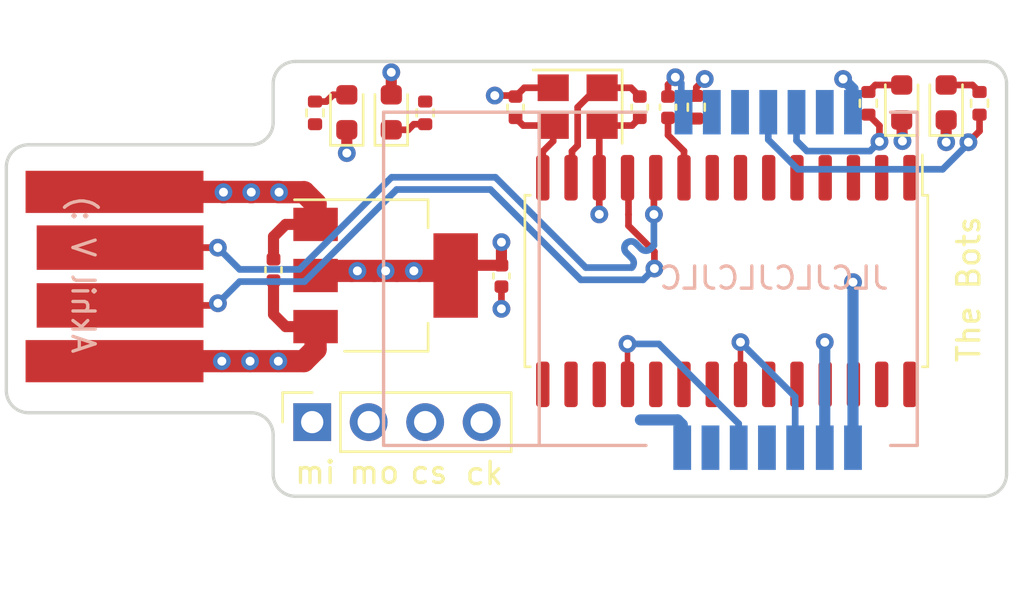
<source format=kicad_pcb>
(kicad_pcb (version 20221018) (generator pcbnew)
  (layers (0 "F.Cu" signal) (1 "In1.Cu" power) (2 "In2.Cu" power) (31 "B.Cu" signal) (34 "B.Paste" user) (35 "F.Paste" user) (36 "B.SilkS" user "B.Silkscreen") (37 "F.SilkS" user "F.Silkscreen") (38 "B.Mask" user) (39 "F.Mask" user) (44 "Edge.Cuts" user))
  (net 0 "")
  (net 1 "Net-(U2-XI)")
  (net 2 "/5V")
  (net 3 "Net-(U2-V3)")
  (net 4 "Net-(U2-XO)")
  (net 5 "/3V3")
  (net 6 "Net-(D1-A)")
  (net 7 "/CLK")
  (net 8 "/CS")
  (net 9 "/MOSI")
  (net 10 "/MISO")
  (net 16 "/USB D-")
  (net 17 "/USB D+")
  (net 26 "Net-(D3-A)")
  (net 27 "Net-(U3-nReset)")
  (net 30 "/GND")
  (net 31 "Net-(D2-A)")
  (net 32 "Net-(D4-K)")
  (net 33 "Net-(U3-DIO1)")
  (net 34 "Net-(U3-DIO2)")
  (footprint "Resistor_SMD:R_0402_1005Metric" (layer "F.Cu") (at 127.762 106.426 90)
    (fp_text reference "R5")
    (fp_text value "1k")
    (fp_line (start -0.153641 -0.38) (end 0.153641 -0.38) (stroke (width 0.12)) (layer "F.SilkS"))
    (fp_line (start -0.153641 0.38) (end 0.153641 0.38) (stroke (width 0.12)) (layer "F.SilkS"))
    (pad "1" smd roundrect (at -0.51 0 90) (size 0.54 0.64) (layers "F.Cu" "F.Paste" "F.Mask") (net 5 "/3V3"))
    (pad "2" smd roundrect (at 0.51 0 90) (size 0.54 0.64) (layers "F.Cu" "F.Paste" "F.Mask") (net 27 "Net-(U3-nReset)"))
  )
  (footprint "LED_SMD:LED_0603_1608Metric" (layer "F.Cu") (at 139 106.2125 90)
    (fp_text reference "D2" hide)
    (fp_text value "LED")
    (fp_line (start -1.485 -0.735) (end -1.485 0.735) (stroke (width 0.12)) (layer "F.SilkS"))
    (fp_line (start -1.485 0.735) (end 0.8 0.735) (stroke (width 0.12)) (layer "F.SilkS"))
    (fp_line (start 0.8 -0.735) (end -1.485 -0.735) (stroke (width 0.12)) (layer "F.SilkS"))
    (pad "1" smd roundrect (at -0.7875 0 90) (size 0.875 0.95) (layers "F.Cu" "F.Paste" "F.Mask") (net 30 "/GND"))
    (pad "2" smd roundrect (at 0.7875 0 90) (size 0.875 0.95) (layers "F.Cu" "F.Paste" "F.Mask") (net 31 "Net-(D2-A)"))
  )
  (footprint "LED_SMD:LED_0603_1608Metric" (layer "F.Cu") (at 112.046 106.6545 90)
    (fp_text reference "D1" hide)
    (fp_text value "LED")
    (fp_line (start -1.485 -0.735) (end -1.485 0.735) (stroke (width 0.12)) (layer "F.SilkS"))
    (fp_line (start -1.485 0.735) (end 0.8 0.735) (stroke (width 0.12)) (layer "F.SilkS"))
    (fp_line (start 0.8 -0.735) (end -1.485 -0.735) (stroke (width 0.12)) (layer "F.SilkS"))
    (pad "1" smd roundrect (at -0.7875 0 90) (size 0.875 0.95) (layers "F.Cu" "F.Paste" "F.Mask") (net 30 "/GND"))
    (pad "2" smd roundrect (at 0.7875 0 90) (size 0.875 0.95) (layers "F.Cu" "F.Paste" "F.Mask") (net 6 "Net-(D1-A)"))
  )
  (footprint "LED_SMD:LED_0603_1608Metric" (layer "F.Cu") (at 114.046 106.6545 90)
    (fp_text reference "D4")
    (fp_text value "LED")
    (fp_line (start -1.485 -0.735) (end -1.485 0.735) (stroke (width 0.12)) (layer "F.SilkS"))
    (fp_line (start -1.485 0.735) (end 0.8 0.735) (stroke (width 0.12)) (layer "F.SilkS"))
    (fp_line (start 0.8 -0.735) (end -1.485 -0.735) (stroke (width 0.12)) (layer "F.SilkS"))
    (pad "1" smd roundrect (at -0.7875 0 90) (size 0.875 0.95) (layers "F.Cu" "F.Paste" "F.Mask") (net 32 "Net-(D4-K)"))
    (pad "2" smd roundrect (at 0.7875 0 90) (size 0.875 0.95) (layers "F.Cu" "F.Paste" "F.Mask") (net 5 "/3V3"))
  )
  (footprint "Capacitor_SMD:C_0402_1005Metric" (layer "F.Cu") (at 119.634 106.426 -90)
    (fp_text reference "C4")
    (fp_text value "20p")
    (fp_line (start -0.107836 -0.36) (end 0.107836 -0.36) (stroke (width 0.12)) (layer "F.SilkS"))
    (fp_line (start -0.107836 0.36) (end 0.107836 0.36) (stroke (width 0.12)) (layer "F.SilkS"))
    (pad "1" smd roundrect (at -0.48 0 270) (size 0.56 0.62) (layers "F.Cu" "F.Paste" "F.Mask") (net 30 "/GND"))
    (pad "2" smd roundrect (at 0.48 0 270) (size 0.56 0.62) (layers "F.Cu" "F.Paste" "F.Mask") (net 4 "Net-(U2-XO)"))
  )
  (footprint "Resistor_SMD:R_0402_1005Metric" (layer "F.Cu") (at 110.617 106.68 90)
    (fp_text reference "R2")
    (fp_text value "R330")
    (fp_line (start -0.153641 -0.38) (end 0.153641 -0.38) (stroke (width 0.12)) (layer "F.SilkS"))
    (fp_line (start -0.153641 0.38) (end 0.153641 0.38) (stroke (width 0.12)) (layer "F.SilkS"))
    (pad "1" smd roundrect (at -0.51 0 90) (size 0.54 0.64) (layers "F.Cu" "F.Paste" "F.Mask") (net 2 "/5V"))
    (pad "2" smd roundrect (at 0.51 0 90) (size 0.54 0.64) (layers "F.Cu" "F.Paste" "F.Mask") (net 6 "Net-(D1-A)"))
  )
  (footprint "Capacitor_SMD:C_0402_1005Metric" (layer "F.Cu") (at 108.75 113.75 -90)
    (fp_text reference "C2")
    (fp_text value "104")
    (fp_line (start -0.107836 -0.36) (end 0.107836 -0.36) (stroke (width 0.12)) (layer "F.SilkS"))
    (fp_line (start -0.107836 0.36) (end 0.107836 0.36) (stroke (width 0.12)) (layer "F.SilkS"))
    (pad "1" smd roundrect (at -0.48 0 270) (size 0.56 0.62) (layers "F.Cu" "F.Paste" "F.Mask") (net 30 "/GND"))
    (pad "2" smd roundrect (at 0.48 0 270) (size 0.56 0.62) (layers "F.Cu" "F.Paste" "F.Mask") (net 2 "/5V"))
  )
  (footprint "USB_PCB:USB_PCB" (layer "F.Cu") (at 96.7 114.046 -90)
    (fp_text reference "J1" hide)
    (fp_text value "USB_A_PLUG" hide)
    (pad "1" connect rect (at 3.81 -4.9 270) (size 1.9 8) (layers "F.Cu" "F.Mask") (net 2 "/5V"))
    (pad "2" connect rect (at 1.3 -5.15 270) (size 2 7.5) (layers "F.Cu" "F.Mask") (net 16 "/USB D-"))
    (pad "3" connect rect (at -1.3 -5.15 270) (size 2 7.5) (layers "F.Cu" "F.Mask") (net 17 "/USB D+"))
    (pad "4" connect rect (at -3.81 -4.9 270) (size 1.9 8) (layers "F.Cu" "F.Mask") (net 30 "/GND"))
  )
  (footprint "Resistor_SMD:R_0402_1005Metric" (layer "F.Cu") (at 140.5 106.25 90)
    (fp_text reference "R4")
    (fp_text value "R330")
    (fp_line (start -0.153641 -0.38) (end 0.153641 -0.38) (stroke (width 0.12)) (layer "F.SilkS"))
    (fp_line (start -0.153641 0.38) (end 0.153641 0.38) (stroke (width 0.12)) (layer "F.SilkS"))
    (pad "1" smd roundrect (at -0.51 0 90) (size 0.54 0.64) (layers "F.Cu" "F.Paste" "F.Mask") (net 33 "Net-(U3-DIO1)"))
    (pad "2" smd roundrect (at 0.51 0 90) (size 0.54 0.64) (layers "F.Cu" "F.Paste" "F.Mask") (net 31 "Net-(D2-A)"))
  )
  (footprint "Capacitor_SMD:C_0402_1005Metric" (layer "F.Cu") (at 125.222 106.426 90)
    (fp_text reference "C1")
    (fp_text value "20p")
    (fp_line (start -0.107836 -0.36) (end 0.107836 -0.36) (stroke (width 0.12)) (layer "F.SilkS"))
    (fp_line (start -0.107836 0.36) (end 0.107836 0.36) (stroke (width 0.12)) (layer "F.SilkS"))
    (pad "1" smd roundrect (at -0.48 0 90) (size 0.56 0.62) (layers "F.Cu" "F.Paste" "F.Mask") (net 30 "/GND"))
    (pad "2" smd roundrect (at 0.48 0 90) (size 0.56 0.62) (layers "F.Cu" "F.Paste" "F.Mask") (net 1 "Net-(U2-XI)"))
  )
  (footprint "Capacitor_SMD:C_0402_1005Metric" (layer "F.Cu") (at 119 114.02 90)
    (fp_text reference "C5")
    (fp_text value "104")
    (fp_line (start -0.107836 -0.36) (end 0.107836 -0.36) (stroke (width 0.12)) (layer "F.SilkS"))
    (fp_line (start -0.107836 0.36) (end 0.107836 0.36) (stroke (width 0.12)) (layer "F.SilkS"))
    (pad "1" smd roundrect (at -0.48 0 90) (size 0.56 0.62) (layers "F.Cu" "F.Paste" "F.Mask") (net 30 "/GND"))
    (pad "2" smd roundrect (at 0.48 0 90) (size 0.56 0.62) (layers "F.Cu" "F.Paste" "F.Mask") (net 5 "/3V3"))
  )
  (footprint "Crystal:Crystal_SMD_3225-4Pin_3.2x2.5mm" (layer "F.Cu") (at 122.428 106.4 180)
    (fp_text reference "Y1")
    (fp_text value "Crystal_GND24")
    (fp_line (start -2 -1.65) (end -2 1.65) (stroke (width 0.12)) (layer "F.SilkS"))
    (fp_line (start -2 1.65) (end 2 1.65) (stroke (width 0.12)) (layer "F.SilkS"))
    (pad "1" smd rect (at -1.1 0.85 180) (size 1.4 1.2) (layers "F.Cu" "F.Paste" "F.Mask") (net 1 "Net-(U2-XI)"))
    (pad "2" smd rect (at 1.1 0.85 180) (size 1.4 1.2) (layers "F.Cu" "F.Paste" "F.Mask") (net 30 "/GND"))
    (pad "3" smd rect (at 1.1 -0.85 180) (size 1.4 1.2) (layers "F.Cu" "F.Paste" "F.Mask") (net 4 "Net-(U2-XO)"))
    (pad "4" smd rect (at -1.1 -0.85 180) (size 1.4 1.2) (layers "F.Cu" "F.Paste" "F.Mask") (net 30 "/GND"))
  )
  (footprint "Resistor_SMD:R_0402_1005Metric" (layer "F.Cu") (at 115.57 106.68 90)
    (fp_text reference "R3")
    (fp_text value "R330")
    (fp_line (start -0.153641 -0.38) (end 0.153641 -0.38) (stroke (width 0.12)) (layer "F.SilkS"))
    (fp_line (start -0.153641 0.38) (end 0.153641 0.38) (stroke (width 0.12)) (layer "F.SilkS"))
    (pad "1" smd roundrect (at -0.51 0 90) (size 0.54 0.64) (layers "F.Cu" "F.Paste" "F.Mask") (net 32 "Net-(D4-K)"))
    (pad "2" smd roundrect (at 0.51 0 90) (size 0.54 0.64) (layers "F.Cu" "F.Paste" "F.Mask") (net 8 "/CS"))
  )
  (footprint "LED_SMD:LED_0603_1608Metric" (layer "F.Cu") (at 137 106.2125 90)
    (fp_text reference "D3")
    (fp_text value "LED")
    (fp_line (start -1.485 -0.735) (end -1.485 0.735) (stroke (width 0.12)) (layer "F.SilkS"))
    (fp_line (start -1.485 0.735) (end 0.8 0.735) (stroke (width 0.12)) (layer "F.SilkS"))
    (fp_line (start 0.8 -0.735) (end -1.485 -0.735) (stroke (width 0.12)) (layer "F.SilkS"))
    (pad "1" smd roundrect (at -0.7875 0 90) (size 0.875 0.95) (layers "F.Cu" "F.Paste" "F.Mask") (net 30 "/GND"))
    (pad "2" smd roundrect (at 0.7875 0 90) (size 0.875 0.95) (layers "F.Cu" "F.Paste" "F.Mask") (net 26 "Net-(D3-A)"))
  )
  (footprint "Capacitor_SMD:C_0402_1005Metric" (layer "F.Cu") (at 126.492 106.426 -90)
    (fp_text reference "C3")
    (fp_text value "47p2")
    (fp_line (start -0.107836 -0.36) (end 0.107836 -0.36) (stroke (width 0.12)) (layer "F.SilkS"))
    (fp_line (start -0.107836 0.36) (end 0.107836 0.36) (stroke (width 0.12)) (layer "F.SilkS"))
    (pad "1" smd roundrect (at -0.48 0 270) (size 0.56 0.62) (layers "F.Cu" "F.Paste" "F.Mask") (net 30 "/GND"))
    (pad "2" smd roundrect (at 0.48 0 270) (size 0.56 0.62) (layers "F.Cu" "F.Paste" "F.Mask") (net 3 "Net-(U2-V3)"))
  )
  (footprint "Connector_PinSocket_2.54mm:PinSocket_1x04_P2.54mm_Vertical" (layer "F.Cu") (at 110.49 120.5992 90)
    (fp_text reference "J2")
    (fp_text value "Conn_01x04_Female")
    (fp_line (start -1.33 1.27) (end -1.33 8.95) (stroke (width 0.12)) (layer "F.SilkS"))
    (fp_line (start -1.33 1.27) (end 1.33 1.27) (stroke (width 0.12)) (layer "F.SilkS"))
    (fp_line (start -1.33 8.95) (end 1.33 8.95) (stroke (width 0.12)) (layer "F.SilkS"))
    (fp_line (start 0 -1.33) (end 1.33 -1.33) (stroke (width 0.12)) (layer "F.SilkS"))
    (fp_line (start 1.33 -1.33) (end 1.33 0) (stroke (width 0.12)) (layer "F.SilkS"))
    (fp_line (start 1.33 1.27) (end 1.33 8.95) (stroke (width 0.12)) (layer "F.SilkS"))
    (pad "1" thru_hole rect (at 0 0 90) (size 1.7 1.7) (drill 1) (layers "*.Cu" "*.Mask") (net 10 "/MISO"))
    (pad "2" thru_hole oval (at 0 2.54 90) (size 1.7 1.7) (drill 1) (layers "*.Cu" "*.Mask") (net 9 "/MOSI"))
    (pad "3" thru_hole oval (at 0 5.08 90) (size 1.7 1.7) (drill 1) (layers "*.Cu" "*.Mask") (net 8 "/CS"))
    (pad "4" thru_hole oval (at 0 7.62 90) (size 1.7 1.7) (drill 1) (layers "*.Cu" "*.Mask") (net 7 "/CLK"))
  )
  (footprint "Package_SO:SOIC-28W_7.5x17.9mm_P1.27mm" (layer "F.Cu") (at 129.115 114.25 -90)
    (fp_text reference "U2")
    (fp_text value "CH341a")
    (fp_line (start -3.86 -9.06) (end -3.86 -8.815) (stroke (width 0.12)) (layer "F.SilkS"))
    (fp_line (start -3.86 -8.815) (end -5.675 -8.815) (stroke (width 0.12)) (layer "F.SilkS"))
    (fp_line (start -3.86 9.06) (end -3.86 8.815) (stroke (width 0.12)) (layer "F.SilkS"))
    (fp_line (start 0 -9.06) (end -3.86 -9.06) (stroke (width 0.12)) (layer "F.SilkS"))
    (fp_line (start 0 -9.06) (end 3.86 -9.06) (stroke (width 0.12)) (layer "F.SilkS"))
    (fp_line (start 0 9.06) (end -3.86 9.06) (stroke (width 0.12)) (layer "F.SilkS"))
    (fp_line (start 0 9.06) (end 3.86 9.06) (stroke (width 0.12)) (layer "F.SilkS"))
    (fp_line (start 3.86 -9.06) (end 3.86 -8.815) (stroke (width 0.12)) (layer "F.SilkS"))
    (fp_line (start 3.86 9.06) (end 3.86 8.815) (stroke (width 0.12)) (layer "F.SilkS"))
    (pad "1" smd roundrect (at -4.65 -8.255 270) (size 2.05 0.6) (layers "F.Cu" "F.Paste" "F.Mask"))
    (pad "2" smd roundrect (at -4.65 -6.985 270) (size 2.05 0.6) (layers "F.Cu" "F.Paste" "F.Mask"))
    (pad "3" smd roundrect (at -4.65 -5.715 270) (size 2.05 0.6) (layers "F.Cu" "F.Paste" "F.Mask"))
    (pad "4" smd roundrect (at -4.65 -4.445 270) (size 2.05 0.6) (layers "F.Cu" "F.Paste" "F.Mask"))
    (pad "5" smd roundrect (at -4.65 -3.175 270) (size 2.05 0.6) (layers "F.Cu" "F.Paste" "F.Mask"))
    (pad "6" smd roundrect (at -4.65 -1.905 270) (size 2.05 0.6) (layers "F.Cu" "F.Paste" "F.Mask"))
    (pad "7" smd roundrect (at -4.65 -0.635 270) (size 2.05 0.6) (layers "F.Cu" "F.Paste" "F.Mask"))
    (pad "8" smd roundrect (at -4.65 0.635 270) (size 2.05 0.6) (layers "F.Cu" "F.Paste" "F.Mask"))
    (pad "9" smd roundrect (at -4.65 1.905 270) (size 2.05 0.6) (layers "F.Cu" "F.Paste" "F.Mask") (net 3 "Net-(U2-V3)"))
    (pad "10" smd roundrect (at -4.65 3.175 270) (size 2.05 0.6) (layers "F.Cu" "F.Paste" "F.Mask") (net 17 "/USB D+"))
    (pad "11" smd roundrect (at -4.65 4.445 270) (size 2.05 0.6) (layers "F.Cu" "F.Paste" "F.Mask") (net 16 "/USB D-"))
    (pad "12" smd roundrect (at -4.65 5.715 270) (size 2.05 0.6) (layers "F.Cu" "F.Paste" "F.Mask") (net 30 "/GND"))
    (pad "13" smd roundrect (at -4.65 6.985 270) (size 2.05 0.6) (layers "F.Cu" "F.Paste" "F.Mask") (net 1 "Net-(U2-XI)"))
    (pad "14" smd roundrect (at -4.65 8.255 270) (size 2.05 0.6) (layers "F.Cu" "F.Paste" "F.Mask") (net 4 "Net-(U2-XO)"))
    (pad "15" smd roundrect (at 4.65 8.255 270) (size 2.05 0.6) (layers "F.Cu" "F.Paste" "F.Mask") (net 8 "/CS"))
    (pad "16" smd roundrect (at 4.65 6.985 270) (size 2.05 0.6) (layers "F.Cu" "F.Paste" "F.Mask"))
    (pad "17" smd roundrect (at 4.65 5.715 270) (size 2.05 0.6) (layers "F.Cu" "F.Paste" "F.Mask"))
    (pad "18" smd roundrect (at 4.65 4.445 270) (size 2.05 0.6) (layers "F.Cu" "F.Paste" "F.Mask") (net 7 "/CLK"))
    (pad "19" smd roundrect (at 4.65 3.175 270) (size 2.05 0.6) (layers "F.Cu" "F.Paste" "F.Mask"))
    (pad "20" smd roundrect (at 4.65 1.905 270) (size 2.05 0.6) (layers "F.Cu" "F.Paste" "F.Mask") (net 9 "/MOSI"))
    (pad "21" smd roundrect (at 4.65 0.635 270) (size 2.05 0.6) (layers "F.Cu" "F.Paste" "F.Mask"))
    (pad "22" smd roundrect (at 4.65 -0.635 270) (size 2.05 0.6) (layers "F.Cu" "F.Paste" "F.Mask") (net 10 "/MISO"))
    (pad "23" smd roundrect (at 4.65 -1.905 270) (size 2.05 0.6) (layers "F.Cu" "F.Paste" "F.Mask"))
    (pad "24" smd roundrect (at 4.65 -3.175 270) (size 2.05 0.6) (layers "F.Cu" "F.Paste" "F.Mask"))
    (pad "25" smd roundrect (at 4.65 -4.445 270) (size 2.05 0.6) (layers "F.Cu" "F.Paste" "F.Mask"))
    (pad "26" smd roundrect (at 4.65 -5.715 270) (size 2.05 0.6) (layers "F.Cu" "F.Paste" "F.Mask"))
    (pad "27" smd roundrect (at 4.65 -6.985 270) (size 2.05 0.6) (layers "F.Cu" "F.Paste" "F.Mask") (net 30 "/GND"))
    (pad "28" smd roundrect (at 4.65 -8.255 270) (size 2.05 0.6) (layers "F.Cu" "F.Paste" "F.Mask") (net 2 "/5V"))
  )
  (footprint "Resistor_SMD:R_0402_1005Metric" (layer "F.Cu") (at 135.5 106.25 90)
    (fp_text reference "R6")
    (fp_text value "R330")
    (fp_line (start -0.153641 -0.38) (end 0.153641 -0.38) (stroke (width 0.12)) (layer "F.SilkS"))
    (fp_line (start -0.153641 0.38) (end 0.153641 0.38) (stroke (width 0.12)) (layer "F.SilkS"))
    (pad "1" smd roundrect (at -0.51 0 90) (size 0.54 0.64) (layers "F.Cu" "F.Paste" "F.Mask") (net 34 "Net-(U3-DIO2)"))
    (pad "2" smd roundrect (at 0.51 0 90) (size 0.54 0.64) (layers "F.Cu" "F.Paste" "F.Mask") (net 26 "Net-(D3-A)"))
  )
  (footprint "Package_TO_SOT_SMD:SOT-223-3_TabPin2" (layer "F.Cu") (at 113.792 114)
    (fp_text reference "U1")
    (fp_text value "AMS1117-3.3")
    (fp_line (start -4.1 -3.41) (end 1.91 -3.41) (stroke (width 0.12)) (layer "F.SilkS"))
    (fp_line (start -1.85 3.41) (end 1.91 3.41) (stroke (width 0.12)) (layer "F.SilkS"))
    (fp_line (start 1.91 -3.41) (end 1.91 -2.15) (stroke (width 0.12)) (layer "F.SilkS"))
    (fp_line (start 1.91 3.41) (end 1.91 2.15) (stroke (width 0.12)) (layer "F.SilkS"))
    (pad "1" smd rect (at -3.15 -2.3) (size 2 1.5) (layers "F.Cu" "F.Paste" "F.Mask") (net 30 "/GND"))
    (pad "2" smd rect (at -3.15 0) (size 2 1.5) (layers "F.Cu" "F.Paste" "F.Mask") (net 5 "/3V3"))
    (pad "2" smd rect (at 3.15 0) (size 2 3.8) (layers "F.Cu" "F.Paste" "F.Mask") (net 5 "/3V3"))
    (pad "3" smd rect (at -3.15 2.3) (size 2 1.5) (layers "F.Cu" "F.Paste" "F.Mask") (net 2 "/5V"))
  )
  (footprint "SX1280:E28-2G4M12S-SX1280" (layer "B.Cu") (at 125.5 114.25 180)
    (fp_text reference "U3")
    (fp_text value "SX1280")
    (fp_line (start -12.2 7.6) (end -12.2 -7.4) (stroke (width 0.15)) (layer "B.SilkS"))
    (fp_line (start -12.2 7.6) (end -11 7.6) (stroke (width 0.15)) (layer "B.SilkS"))
    (fp_line (start -11 -7.4) (end -12.2 -7.4) (stroke (width 0.15)) (layer "B.SilkS"))
    (fp_line (start 0 7.6) (end 11.8 7.6) (stroke (width 0.15)) (layer "B.SilkS"))
    (fp_line (start 4.8 7.6) (end 4.8 -7.4) (stroke (width 0.15)) (layer "B.SilkS"))
    (fp_line (start 11.8 -7.4) (end 0 -7.4) (stroke (width 0.15)) (layer "B.SilkS"))
    (fp_line (start 11.8 7.6) (end 11.8 -7.4) (stroke (width 0.15)) (layer "B.SilkS"))
    (pad "1" smd rect (at -9.31 -7.5 180) (size 0.8 2) (layers "B.Cu" "B.Paste" "B.Mask") (net 5 "/3V3"))
    (pad "2" smd rect (at -8.04 -7.5 180) (size 0.8 2) (layers "B.Cu" "B.Paste" "B.Mask") (net 30 "/GND"))
    (pad "3" smd rect (at -6.71 -7.5 180) (size 0.8 2) (layers "B.Cu" "B.Paste" "B.Mask") (net 10 "/MISO"))
    (pad "4" smd rect (at -5.44 -7.5 180) (size 0.8 2) (layers "B.Cu" "B.Paste" "B.Mask") (net 9 "/MOSI"))
    (pad "5" smd rect (at -4.17 -7.5) (size 0.8 2) (layers "B.Cu" "B.Paste" "B.Mask") (net 7 "/CLK"))
    (pad "6" smd rect (at -2.9 -7.5 180) (size 0.8 2) (layers "B.Cu" "B.Paste" "B.Mask") (net 8 "/CS"))
    (pad "7" smd rect (at -1.63 -7.5 180) (size 0.8 2) (layers "B.Cu" "B.Paste" "B.Mask") (net 30 "/GND"))
    (pad "8" smd rect (at -1.69 7.6 180) (size 0.8 2) (layers "B.Cu" "B.Paste" "B.Mask") (net 30 "/GND"))
    (pad "9" smd rect (at -2.96 7.6 180) (size 0.8 2) (layers "B.Cu" "B.Paste" "B.Mask") (net 27 "Net-(U3-nReset)"))
    (pad "10" smd rect (at -4.23 7.6 180) (size 0.8 2) (layers "B.Cu" "B.Paste" "B.Mask"))
    (pad "11" smd rect (at -5.5 7.6 180) (size 0.8 2) (layers "B.Cu" "B.Paste" "B.Mask") (net 33 "Net-(U3-DIO1)"))
    (pad "12" smd rect (at -6.77 7.6 180) (size 0.8 2) (layers "B.Cu" "B.Paste" "B.Mask") (net 34 "Net-(U3-DIO2)"))
    (pad "13" smd rect (at -8.04 7.6 180) (size 0.8 2) (layers "B.Cu" "B.Paste" "B.Mask"))
    (pad "14" smd rect (at -9.31 7.6 180) (size 0.8 2) (layers "B.Cu" "B.Paste" "B.Mask") (net 30 "/GND"))
  )
  (gr_arc (start 96.734893 109.115993) (mid 97.027788 108.408888) (end 97.734893 108.115993) (stroke (width 0.15)) (layer "Edge.Cuts"))
  (gr_arc (start 109.734893 123.935993) (mid 109.027793 123.643097) (end 108.734893 122.935993) (stroke (width 0.15)) (layer "Edge.Cuts"))
  (gr_line (start 108.734893 107.115993) (end 108.734893 105.365993) (stroke (width 0.15)) (layer "Edge.Cuts"))
  (gr_line (start 140.716 104.365993) (end 109.734893 104.365993) (stroke (width 0.15)) (layer "Edge.Cuts"))
  (gr_arc (start 108.734893 107.115993) (mid 108.442002 107.823102) (end 107.734893 108.115993) (stroke (width 0.15)) (layer "Edge.Cuts"))
  (gr_line (start 96.734893 109.115993) (end 96.734893 119.175993) (stroke (width 0.15)) (layer "Edge.Cuts"))
  (gr_line (start 140.716 123.935993) (end 109.734893 123.935993) (stroke (width 0.15)) (layer "Edge.Cuts"))
  (gr_arc (start 140.716 104.365993) (mid 141.423109 104.658886) (end 141.716 105.365993) (stroke (width 0.15)) (layer "Edge.Cuts"))
  (gr_line (start 107.734893 120.175993) (end 97.734893 120.175993) (stroke (width 0.15)) (layer "Edge.Cuts"))
  (gr_arc (start 107.734893 120.175993) (mid 108.442007 120.468883) (end 108.734893 121.175993) (stroke (width 0.15)) (layer "Edge.Cuts"))
  (gr_arc (start 97.734893 120.175993) (mid 97.027793 119.883097) (end 96.734893 119.175993) (stroke (width 0.15)) (layer "Edge.Cuts"))
  (gr_arc (start 108.734893 105.365993) (mid 109.027788 104.658888) (end 109.734893 104.365993) (stroke (width 0.15)) (layer "Edge.Cuts"))
  (gr_line (start 97.734893 108.115993) (end 107.734893 108.115993) (stroke (width 0.15)) (layer "Edge.Cuts"))
  (gr_arc (start 141.716 122.935993) (mid 141.423109 123.643104) (end 140.716 123.935993) (stroke (width 0.15)) (layer "Edge.Cuts"))
  (gr_line (start 108.734893 121.175993) (end 108.734893 122.935993) (stroke (width 0.15)) (layer "Edge.Cuts"))
  (gr_line (start 141.716 122.935993) (end 141.716 105.365993) (stroke (width 0.15)) (layer "Edge.Cuts"))
  (gr_text "Akhil V :)" (at 99.6 117.6 270) (layer "B.SilkS") (effects (font (size 1 1)) (justify left bottom mirror)))
  (gr_text "JLCJLCJLCJLC" (at 136.5 114.7) (layer "B.SilkS") (effects (font (size 1 1)) (justify left bottom mirror)))
  (gr_text "cs" (at 114.808 123.444) (layer "F.SilkS") (effects (font (size 1 1)) (justify left bottom)))
  (gr_text "The Bots" (at 140.6 118 90) (layer "F.SilkS") (effects (font (size 1 1)) (justify left bottom)))
  (gr_text "ck\n" (at 117.2972 123.4948) (layer "F.SilkS") (effects (font (size 1 1)) (justify left bottom)))
  (gr_text "mo" (at 112.0648 123.444) (layer "F.SilkS") (effects (font (size 1 1)) (justify left bottom)))
  (gr_text "mi" (at 109.6264 123.444) (layer "F.SilkS") (effects (font (size 1 1)) (justify left bottom)))
  (segment (start 123.304 105.55) (end 122.428 106.426) (width 0.3) (layer "F.Cu") (net 1))
  (segment (start 122.428 108.15) (end 122.174 108.404) (width 0.3) (layer "F.Cu") (net 1))
  (segment (start 122.174 109.556) (end 122.13 109.6) (width 0.3) (layer "F.Cu") (net 1))
  (segment (start 123.528 105.55) (end 124.826 105.55) (width 0.3) (layer "F.Cu") (net 1))
  (segment (start 123.528 105.55) (end 123.304 105.55) (width 0.3) (layer "F.Cu") (net 1))
  (segment (start 122.428 106.426) (end 122.428 108.15) (width 0.3) (layer "F.Cu") (net 1))
  (segment (start 122.174 108.404) (end 122.174 109.556) (width 0.3) (layer "F.Cu") (net 1))
  (segment (start 124.826 105.55) (end 125.222 105.946) (width 0.3) (layer "F.Cu") (net 1))
  (segment (start 110.109 117.856) (end 110.642 117.323) (width 1) (layer "F.Cu") (net 2))
  (segment (start 107.696 117.856) (end 108.966 117.856) (width 1) (layer "F.Cu") (net 2))
  (segment (start 110.642 117.323) (end 110.642 116.3) (width 1) (layer "F.Cu") (net 2))
  (segment (start 108.966 117.856) (end 110.109 117.856) (width 1) (layer "F.Cu") (net 2))
  (segment (start 108.75 114.23) (end 108.75 115.75) (width 0.5) (layer "F.Cu") (net 2))
  (segment (start 108.75 115.75) (end 109.3 116.3) (width 0.5) (layer "F.Cu") (net 2))
  (segment (start 106.426 117.856) (end 107.696 117.856) (width 1) (layer "F.Cu") (net 2))
  (segment (start 109.3 116.3) (end 110.642 116.3) (width 0.5) (layer "F.Cu") (net 2))
  (segment (start 101.6 117.856) (end 106.426 117.856) (width 1) (layer "F.Cu") (net 2))
  (via (at 108.966 117.856) (size 0.8) (drill 0.4) (layers "F.Cu" "B.Cu") (net 2))
  (via (at 107.696 117.856) (size 0.8) (drill 0.4) (layers "F.Cu" "B.Cu") (net 2))
  (via (at 106.426 117.856) (size 0.8) (drill 0.4) (layers "F.Cu" "B.Cu") (net 2))
  (segment (start 126.492 107.681339) (end 127.21 108.399339) (width 0.3) (layer "F.Cu") (net 3))
  (segment (start 126.492 106.906) (end 126.492 107.681339) (width 0.3) (layer "F.Cu") (net 3))
  (segment (start 127.21 108.399339) (end 127.21 109.6) (width 0.3) (layer "F.Cu") (net 3))
  (segment (start 120.86 108.418) (end 121.328 107.95) (width 0.3) (layer "F.Cu") (net 4))
  (segment (start 121.328 107.25) (end 121.328 107.95) (width 0.3) (layer "F.Cu") (net 4))
  (segment (start 120.86 109.6) (end 120.86 108.418) (width 0.3) (layer "F.Cu") (net 4))
  (segment (start 121.328 107.25) (end 119.978 107.25) (width 0.3) (layer "F.Cu") (net 4))
  (segment (start 119.978 107.25) (end 119.634 106.906) (width 0.3) (layer "F.Cu") (net 4))
  (segment (start 116.734 113.792) (end 116.942 114) (width 1) (layer "F.Cu") (net 5))
  (segment (start 110.85 113.792) (end 112.268 113.792) (width 1) (layer "F.Cu") (net 5))
  (segment (start 119 113.54) (end 117.402 113.54) (width 0.5) (layer "F.Cu") (net 5))
  (segment (start 119 113.54) (end 119 112.5) (width 0.5) (layer "F.Cu") (net 5))
  (segment (start 110.642 114) (end 110.85 113.792) (width 1) (layer "F.Cu") (net 5))
  (segment (start 114.3 113.792) (end 115.316 113.792) (width 1) (layer "F.Cu") (net 5))
  (segment (start 117.402 113.54) (end 116.942 114) (width 0.5) (layer "F.Cu") (net 5))
  (segment (start 115.316 113.792) (end 116.734 113.792) (width 1) (layer "F.Cu") (net 5))
  (segment (start 112.268 113.792) (end 113.284 113.792) (width 1) (layer "F.Cu") (net 5))
  (segment (start 113.284 113.792) (end 114.3 113.792) (width 1) (layer "F.Cu") (net 5))
  (segment (start 114.046 105.867) (end 114.046 104.8545) (width 0.5) (layer "F.Cu") (net 5))
  (via (at 114.046 104.8545) (size 0.8) (drill 0.4) (layers "F.Cu" "B.Cu") (net 5))
  (via (at 113.792 113.792) (size 0.8) (drill 0.4) (layers "F.Cu" "B.Cu") (net 5))
  (via (at 112.522 113.792) (size 0.8) (drill 0.4) (layers "F.Cu" "B.Cu") (net 5))
  (via (at 115.062 113.792) (size 0.8) (drill 0.4) (layers "F.Cu" "B.Cu") (net 5))
  (via (at 134.81 114.3) (size 0.8) (drill 0.4) (layers "F.Cu" "B.Cu") (net 5))
  (via (at 119 112.5) (size 0.8) (drill 0.4) (layers "F.Cu" "B.Cu") (net 5))
  (segment (start 134.81 114.3) (end 134.81 121.75) (width 0.5) (layer "B.Cu") (net 5))
  (segment (start 111.43 105.867) (end 112.046 105.867) (width 0.3) (layer "F.Cu") (net 6))
  (segment (start 110.619 106.172) (end 111.125 106.172) (width 0.3) (layer "F.Cu") (net 6))
  (segment (start 111.125 106.172) (end 111.43 105.867) (width 0.3) (layer "F.Cu") (net 6))
  (segment (start 110.617 106.17) (end 110.619 106.172) (width 0.3) (layer "F.Cu") (net 6))
  (segment (start 124.67 117.08) (end 124.67 118.9) (width 0.25) (layer "F.Cu") (net 7))
  (via (at 124.67 117.08) (size 0.8) (drill 0.4) (layers "F.Cu" "B.Cu") (net 7))
  (segment (start 129.67 120.67) (end 129.67 121.75) (width 0.3) (layer "B.Cu") (net 7))
  (segment (start 126.08 117.08) (end 129.67 120.67) (width 0.3) (layer "B.Cu") (net 7))
  (segment (start 124.67 117.08) (end 126.08 117.08) (width 0.3) (layer "B.Cu") (net 7))
  (segment (start 129.75 118.9) (end 129.75 117) (width 0.25) (layer "F.Cu") (net 10))
  (via (at 129.75 117) (size 0.8) (drill 0.4) (layers "F.Cu" "B.Cu") (net 10))
  (segment (start 129.75 117) (end 132.21 119.46) (width 0.3) (layer "B.Cu") (net 10))
  (segment (start 132.21 119.46) (end 132.21 121.75) (width 0.3) (layer "B.Cu") (net 10))
  (segment (start 124.714 111.76) (end 124.714 111.252) (width 0.3) (layer "F.Cu") (net 16))
  (segment (start 125.878977 113.686977) (end 125.878977 112.924977) (width 0.3) (layer "F.Cu") (net 16))
  (segment (start 106.154 115.346) (end 101.85 115.346) (width 0.3) (layer "F.Cu") (net 16))
  (segment (start 106.25 115.25) (end 106.154 115.346) (width 0.3) (layer "F.Cu") (net 16))
  (segment (start 124.714 109.644) (end 124.67 109.6) (width 0.3) (layer "F.Cu") (net 16))
  (segment (start 124.714 111.252) (end 124.714 109.644) (width 0.3) (layer "F.Cu") (net 16))
  (segment (start 125.878977 112.924977) (end 124.714 111.76) (width 0.3) (layer "F.Cu") (net 16))
  (via (at 106.25 115.25) (size 0.8) (drill 0.4) (layers "F.Cu" "B.Cu") (net 16))
  (via (at 125.878977 113.686977) (size 0.8) (drill 0.4) (layers "F.Cu" "B.Cu") (net 16))
  (segment (start 118.50409 110.13) (end 114.28691 110.13) (width 0.3) (layer "B.Cu") (net 16))
  (segment (start 107.225 114.275) (end 106.25 115.25) (width 0.3) (layer "B.Cu") (net 16))
  (segment (start 122.56809 114.194) (end 118.50409 110.13) (width 0.3) (layer "B.Cu") (net 16))
  (segment (start 110.14191 114.275) (end 107.225 114.275) (width 0.3) (layer "B.Cu") (net 16))
  (segment (start 125.878977 113.686977) (end 125.371954 114.194) (width 0.3) (layer "B.Cu") (net 16))
  (segment (start 114.28691 110.13) (end 110.14191 114.275) (width 0.3) (layer "B.Cu") (net 16))
  (segment (start 125.371954 114.194) (end 122.56809 114.194) (width 0.3) (layer "B.Cu") (net 16))
  (segment (start 125.857 109.683) (end 125.94 109.6) (width 0.3) (layer "F.Cu") (net 17))
  (segment (start 106.246 112.746) (end 101.85 112.746) (width 0.3) (layer "F.Cu") (net 17))
  (segment (start 125.857 111.252) (end 125.857 109.683) (width 0.3) (layer "F.Cu") (net 17))
  (via (at 106.246 112.746) (size 0.8) (drill 0.4) (layers "F.Cu" "B.Cu") (net 17))
  (via (at 125.857 111.252) (size 0.8) (drill 0.4) (layers "F.Cu" "B.Cu") (net 17))
  (segment (start 107.225 113.725) (end 109.91409 113.725) (width 0.3) (layer "B.Cu") (net 17))
  (segment (start 125.857 112.649) (end 125.857 111.252) (width 0.3) (layer "B.Cu") (net 17))
  (segment (start 124.862 113.219736) (end 124.617646 112.975382) (width 0.3) (layer "B.Cu") (net 17))
  (segment (start 109.91409 113.725) (end 114.05909 109.58) (width 0.3) (layer "B.Cu") (net 17))
  (segment (start 122.79591 113.644) (end 124.862 113.644) (width 0.3) (layer "B.Cu") (net 17))
  (segment (start 118.73191 109.58) (end 122.79591 113.644) (width 0.3) (layer "B.Cu") (net 17))
  (segment (start 125.710531 112.795472) (end 125.71053 112.795471) (width 0.3) (layer "B.Cu") (net 17))
  (segment (start 125.041912 112.551117) (end 125.286267 112.795472) (width 0.3) (layer "B.Cu") (net 17))
  (segment (start 124.617646 112.551118) (end 124.617648 112.551117) (width 0.3) (layer "B.Cu") (net 17))
  (segment (start 125.71053 112.795471) (end 125.857 112.649) (width 0.3) (layer "B.Cu") (net 17))
  (segment (start 114.05909 109.58) (end 118.73191 109.58) (width 0.3) (layer "B.Cu") (net 17))
  (segment (start 106.246 112.746) (end 107.225 113.725) (width 0.3) (layer "B.Cu") (net 17))
  (arc (start 125.286267 112.795472) (mid 125.498399 112.88334) (end 125.710531 112.795472) (width 0.3) (layer "B.Cu") (net 17))
  (arc (start 124.617648 112.551117) (mid 124.82978 112.463249) (end 125.041912 112.551117) (width 0.3) (layer "B.Cu") (net 17))
  (arc (start 124.617646 112.975382) (mid 124.529778 112.76325) (end 124.617646 112.551118) (width 0.3) (layer "B.Cu") (net 17))
  (arc (start 124.862 113.644) (mid 124.949868 113.431868) (end 124.862 113.219736) (width 0.3) (layer "B.Cu") (net 17))
  (segment (start 135.815 105.425) (end 135.5 105.74) (width 0.3) (layer "F.Cu") (net 26))
  (segment (start 137 105.425) (end 135.815 105.425) (width 0.3) (layer "F.Cu") (net 26))
  (segment (start 127.762 105.916) (end 127.762 105.537) (width 0.3) (layer "F.Cu") (net 27))
  (segment (start 128.143 105.156) (end 128.016 105.283) (width 0.3) (layer "F.Cu") (net 27))
  (segment (start 127.762 105.537) (end 128.143 105.156) (width 0.3) (layer "F.Cu") (net 27))
  (via (at 128.143 105.156) (size 0.8) (drill 0.4) (layers "F.Cu" "B.Cu") (net 27))
  (segment (start 110.642 110.769) (end 110.642 111.7) (width 1) (layer "F.Cu") (net 30))
  (segment (start 106.5 110.25) (end 106.514 110.236) (width 1) (layer "F.Cu") (net 30))
  (segment (start 120.03 105.55) (end 119.634 105.946) (width 0.3) (layer "F.Cu") (net 30))
  (segment (start 109 110.25) (end 110.123 110.25) (width 1) (layer "F.Cu") (net 30))
  (segment (start 110.123 110.25) (end 110.642 110.769) (width 1) (layer "F.Cu") (net 30))
  (segment (start 121.328 105.55) (end 120.03 105.55) (width 0.3) (layer "F.Cu") (net 30))
  (segment (start 109.3 111.7) (end 110.642 111.7) (width 0.5) (layer "F.Cu") (net 30))
  (segment (start 126.822 105.078) (end 126.492 105.408) (width 0.3) (layer "F.Cu") (net 30))
  (segment (start 119.588 105.9) (end 119.634 105.946) (width 0.3) (layer "F.Cu") (net 30))
  (segment (start 106.486 110.236) (end 106.5 110.25) (width 1) (layer "F.Cu") (net 30))
  (segment (start 123.4 109.6) (end 123.4 107.378) (width 0.3) (layer "F.Cu") (net 30))
  (segment (start 123.528 107.25) (end 124.878 107.25) (width 0.3) (layer "F.Cu") (net 30))
  (segment (start 137.033 107.95) (end 137 107) (width 0.5) (layer "F.Cu") (net 30))
  (segment (start 107.75 110.25) (end 107.764 110.236) (width 1) (layer "F.Cu") (net 30))
  (segment (start 106.514 110.236) (end 107.736 110.236) (width 1) (layer "F.Cu") (net 30))
  (segment (start 119 114.5) (end 119 115.5) (width 0.3) (layer "F.Cu") (net 30))
  (segment (start 108.75 113.27) (end 108.75 112.25) (width 0.5) (layer "F.Cu") (net 30))
  (segment (start 108.75 112.25) (end 109.3 111.7) (width 0.5) (layer "F.Cu") (net 30))
  (segment (start 139 107) (end 139 108) (width 0.5) (layer "F.Cu") (net 30))
  (segment (start 108.986 110.236) (end 109 110.25) (width 1) (layer "F.Cu") (net 30))
  (segment (start 137 107.75) (end 137.033 107.95) (width 0.5) (layer "F.Cu") (net 30))
  (segment (start 107.736 110.236) (end 107.75 110.25) (width 1) (layer "F.Cu") (net 30))
  (segment (start 112.046 108.49) (end 112.046 107.442) (width 0.5) (layer "F.Cu") (net 30))
  (segment (start 101.6 110.236) (end 106.486 110.236) (width 1) (layer "F.Cu") (net 30))
  (segment (start 123.4 111.25) (end 123.4 109.6) (width 0.3) (layer "F.Cu") (net 30))
  (segment (start 118.7 105.9) (end 119.588 105.9) (width 0.3) (layer "F.Cu") (net 30))
  (segment (start 123.4 107.378) (end 123.528 107.25) (width 0.3) (layer "F.Cu") (net 30))
  (segment (start 107.764 110.236) (end 108.986 110.236) (width 1) (layer "F.Cu") (net 30))
  (segment (start 124.878 107.25) (end 125.222 106.906) (width 0.3) (layer "F.Cu") (net 30))
  (segment (start 126.492 105.408) (end 126.492 105.946) (width 0.3) (layer "F.Cu") (net 30))
  (segment (start 112.046 107.442) (end 112.3335 107.442) (width 0.3) (layer "F.Cu") (net 30))
  (via (at 119 115.5) (size 0.8) (drill 0.4) (layers "F.Cu" "B.Cu") (net 30))
  (via (at 118.7 105.9) (size 0.8) (drill 0.4) (layers "F.Cu" "B.Cu") (net 30))
  (via (at 139 108) (size 0.8) (drill 0.4) (layers "F.Cu" "B.Cu") (net 30))
  (via (at 106.5 110.25) (size 0.8) (drill 0.4) (layers "F.Cu" "B.Cu") (net 30))
  (via (at 123.4 111.25) (size 0.8) (drill 0.4) (layers "F.Cu" "B.Cu") (net 30))
  (via (at 126.822 105.078) (size 0.8) (drill 0.4) (layers "F.Cu" "B.Cu") (net 30))
  (via (at 107.75 110.25) (size 0.8) (drill 0.4) (layers "F.Cu" "B.Cu") (net 30))
  (via (at 109 110.25) (size 0.8) (drill 0.4) (layers "F.Cu" "B.Cu") (net 30))
  (via (at 134.366 105.156) (size 0.8) (drill 0.4) (layers "F.Cu" "B.Cu") (net 30))
  (via (at 112.046 108.49) (size 0.8) (drill 0.4) (layers "F.Cu" "B.Cu") (net 30))
  (via (at 133.54 117) (size 0.8) (drill 0.4) (layers "F.Cu" "B.Cu") (net 30))
  (via (at 137.033 107.95) (size 0.8) (drill 0.4) (layers "F.Cu" "B.Cu") (net 30))
  (segment (start 127.088 105.344) (end 127.088 106.319) (width 0.3) (layer "B.Cu") (net 30))
  (segment (start 127.13 120.705) (end 127.13 121.75) (width 0.5) (layer "B.Cu") (net 30))
  (segment (start 133.54 121.75) (end 133.54 117) (width 0.5) (layer "B.Cu") (net 30))
  (segment (start 134.366 105.156) (end 134.81 105.6) (width 0.5) (layer "B.Cu") (net 30))
  (segment (start 126.925 120.5) (end 127.13 120.705) (width 0.5) (layer "B.Cu") (net 30))
  (segment (start 134.81 105.6) (end 134.81 106.65) (width 0.5) (layer "B.Cu") (net 30))
  (segment (start 126.822 105.078) (end 127.088 105.344) (width 0.3) (layer "B.Cu") (net 30))
  (segment (start 125.25 120.5) (end 126.925 120.5) (width 0.5) (layer "B.Cu") (net 30))
  (segment (start 134.81 106.65) (end 134.81 105.854) (width 0.5) (layer "B.Cu") (net 30))
  (segment (start 139 105.425) (end 140.185 105.425) (width 0.3) (layer "F.Cu") (net 31))
  (segment (start 140.185 105.425) (end 140.5 105.74) (width 0.3) (layer "F.Cu") (net 31))
  (segment (start 114.808 107.442) (end 115.06 107.19) (width 0.3) (layer "F.Cu") (net 32))
  (segment (start 114.046 107.442) (end 114.808 107.442) (width 0.3) (layer "F.Cu") (net 32))
  (segment (start 115.06 107.19) (end 115.57 107.19) (width 0.3) (layer "F.Cu") (net 32))
  (segment (start 140.5 106.76) (end 140.5 107.5) (width 0.3) (layer "F.Cu") (net 33))
  (segment (start 140.5 107.5) (end 140 108) (width 0.3) (layer "F.Cu") (net 33))
  (via (at 140 108) (size 0.8) (drill 0.4) (layers "F.Cu" "B.Cu") (net 33))
  (segment (start 131 106.65) (end 131 107.886) (width 0.3) (layer "B.Cu") (net 33))
  (segment (start 132.334 109.22) (end 138.840661 109.22) (width 0.3) (layer "B.Cu") (net 33))
  (segment (start 138.840661 109.22) (end 140 108.060661) (width 0.3) (layer "B.Cu") (net 33))
  (segment (start 140 108.060661) (end 140 108) (width 0.3) (layer "B.Cu") (net 33))
  (segment (start 131 107.886) (end 132.334 109.22) (width 0.3) (layer "B.Cu") (net 33))
  (segment (start 136 107.26) (end 135.5 106.76) (width 0.3) (layer "F.Cu") (net 34))
  (segment (start 136 107.9755) (end 136 107.26) (width 0.3) (layer "F.Cu") (net 34))
  (via (at 136 107.9755) (size 0.8) (drill 0.4) (layers "F.Cu" "B.Cu") (net 34))
  (segment (start 135.5755 108.4) (end 132.7395 108.4) (width 0.3) (layer "B.Cu") (net 34))
  (segment (start 136 107.9755) (end 135.5755 108.4) (width 0.3) (layer "B.Cu") (net 34))
  (segment (start 132.27 107.9305) (end 132.27 106.421) (width 0.3) (layer "B.Cu") (net 34))
  (segment (start 132.27 106.421) (end 132.168 106.319) (width 0.3) (layer "B.Cu") (net 34))
  (segment (start 132.7395 108.4) (end 132.27 107.9305) (width 0.3) (layer "B.Cu") (net 34))
)
</source>
